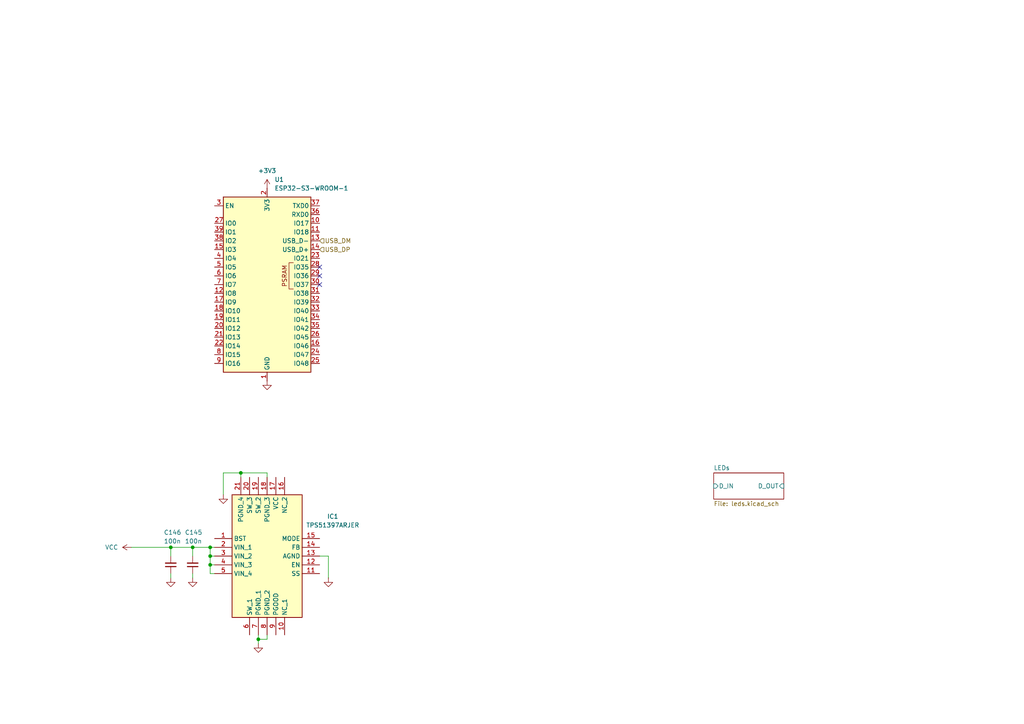
<source format=kicad_sch>
(kicad_sch (version 20250114) (generator "eeschema") (generator_version "9.0")
  (paper "A4")
  (lib_symbols
    (symbol "Device:C_Small" (pin_numbers (hide yes)) (pin_names (offset 0.254) (hide yes))
      (property "Reference" "C" (at 0.254 1.778 0))
      (property "Value" "C_Small" (at 0.254 -2.032 0))
      (symbol "C_Small_0_1"
        (polyline (pts (xy -1.524 0.508) (xy 1.524 0.508)) (stroke (width 0.3048)))
        (polyline (pts (xy -1.524 -0.508) (xy 1.524 -0.508)) (stroke (width 0.3302)))
      )
      (symbol "C_Small_1_1"
        (pin passive line (at 0 2.54 270) (length 2.032) (name "~") (number "1"))
        (pin passive line (at 0 -2.54 90) (length 2.032) (name "~") (number "2"))
      )
    )
    (symbol "RF_Module:ESP32-S3-WROOM-1"
      (property "Reference" "U" (at -12.7 26.67 0))
      (property "Value" "ESP32-S3-WROOM-1" (at 12.7 26.67 0))
      (symbol "ESP32-S3-WROOM-1_0_0"
        (rectangle (start -12.7 25.4) (end 12.7 -25.4) (stroke (width 0.254)) (fill (type background)))
        (text "PSRAM" (at 5.08 2.54 900) (effects (font (size 1.27 1.27))))
      )
      (symbol "ESP32-S3-WROOM-1_0_1"
        (polyline (pts (xy 7.62 -1.27) (xy 6.35 -1.27) (xy 6.35 6.35) (xy 7.62 6.35)))
      )
      (symbol "ESP32-S3-WROOM-1_1_1"
        (pin input line (at -15.24 22.86 0) (length 2.54) (name "EN") (number "3"))
        (pin bidirectional line (at -15.24 17.78 0) (length 2.54) (name "IO0") (number "27"))
        (pin bidirectional line (at -15.24 15.24 0) (length 2.54) (name "IO1") (number "39"))
        (pin bidirectional line (at -15.24 12.7 0) (length 2.54) (name "IO2") (number "38"))
        (pin bidirectional line (at -15.24 10.16 0) (length 2.54) (name "IO3") (number "15"))
        (pin bidirectional line (at -15.24 7.62 0) (length 2.54) (name "IO4") (number "4"))
        (pin bidirectional line (at -15.24 5.08 0) (length 2.54) (name "IO5") (number "5"))
        (pin bidirectional line (at -15.24 2.54 0) (length 2.54) (name "IO6") (number "6"))
        (pin bidirectional line (at -15.24 0 0) (length 2.54) (name "IO7") (number "7"))
        (pin bidirectional line (at -15.24 -2.54 0) (length 2.54) (name "IO8") (number "12"))
        (pin bidirectional line (at -15.24 -5.08 0) (length 2.54) (name "IO9") (number "17"))
        (pin bidirectional line (at -15.24 -7.62 0) (length 2.54) (name "IO10") (number "18"))
        (pin bidirectional line (at -15.24 -10.16 0) (length 2.54) (name "IO11") (number "19"))
        (pin bidirectional line (at -15.24 -12.7 0) (length 2.54) (name "IO12") (number "20"))
        (pin bidirectional line (at -15.24 -15.24 0) (length 2.54) (name "IO13") (number "21"))
        (pin bidirectional line (at -15.24 -17.78 0) (length 2.54) (name "IO14") (number "22"))
        (pin bidirectional line (at -15.24 -20.32 0) (length 2.54) (name "IO15") (number "8"))
        (pin bidirectional line (at -15.24 -22.86 0) (length 2.54) (name "IO16") (number "9"))
        (pin power_in line (at 0 27.94 270) (length 2.54) (name "3V3") (number "2"))
        (pin power_in line (at 0 -27.94 90) (length 2.54) (name "GND") (number "1"))
        (pin passive line (at 0 -27.94 90) (length 2.54) (hide yes) (name "GND") (number "40"))
        (pin passive line (at 0 -27.94 90) (length 2.54) (hide yes) (name "GND") (number "41"))
        (pin bidirectional line (at 15.24 22.86 180) (length 2.54) (name "TXD0") (number "37"))
        (pin bidirectional line (at 15.24 20.32 180) (length 2.54) (name "RXD0") (number "36"))
        (pin bidirectional line (at 15.24 17.78 180) (length 2.54) (name "IO17") (number "10"))
        (pin bidirectional line (at 15.24 15.24 180) (length 2.54) (name "IO18") (number "11"))
        (pin bidirectional line (at 15.24 12.7 180) (length 2.54) (name "USB_D-") (number "13"))
        (pin bidirectional line (at 15.24 10.16 180) (length 2.54) (name "USB_D+") (number "14"))
        (pin bidirectional line (at 15.24 7.62 180) (length 2.54) (name "IO21") (number "23"))
        (pin bidirectional line (at 15.24 5.08 180) (length 2.54) (name "IO35") (number "28"))
        (pin bidirectional line (at 15.24 2.54 180) (length 2.54) (name "IO36") (number "29"))
        (pin bidirectional line (at 15.24 0 180) (length 2.54) (name "IO37") (number "30"))
        (pin bidirectional line (at 15.24 -2.54 180) (length 2.54) (name "IO38") (number "31"))
        (pin bidirectional line (at 15.24 -5.08 180) (length 2.54) (name "IO39") (number "32"))
        (pin bidirectional line (at 15.24 -7.62 180) (length 2.54) (name "IO40") (number "33"))
        (pin bidirectional line (at 15.24 -10.16 180) (length 2.54) (name "IO41") (number "34"))
        (pin bidirectional line (at 15.24 -12.7 180) (length 2.54) (name "IO42") (number "35"))
        (pin bidirectional line (at 15.24 -15.24 180) (length 2.54) (name "IO45") (number "26"))
        (pin bidirectional line (at 15.24 -17.78 180) (length 2.54) (name "IO46") (number "16"))
        (pin bidirectional line (at 15.24 -20.32 180) (length 2.54) (name "IO47") (number "24"))
        (pin bidirectional line (at 15.24 -22.86 180) (length 2.54) (name "IO48") (number "25"))
      )
    )
    (symbol "SamacSys_Parts:TPS51397ARJER"
      (property "Reference" "IC" (at 26.67 17.78 0))
      (property "Value" "TPS51397ARJER" (at 26.67 15.24 0))
      (symbol "TPS51397ARJER_1_1"
        (rectangle (start 5.08 12.7) (end 25.4 -22.86) (stroke (width 0.254)) (fill (type background)))
        (pin passive line (at 0 0 0) (length 5.08) (name "BST") (number "1"))
        (pin passive line (at 0 -2.54 0) (length 5.08) (name "VIN_1") (number "2"))
        (pin passive line (at 0 -5.08 0) (length 5.08) (name "VIN_2") (number "3"))
        (pin passive line (at 0 -7.62 0) (length 5.08) (name "VIN_3") (number "4"))
        (pin passive line (at 0 -10.16 0) (length 5.08) (name "VIN_4") (number "5"))
        (pin passive line (at 7.62 17.78 270) (length 5.08) (name "PGND_4") (number "21"))
        (pin passive line (at 10.16 17.78 270) (length 5.08) (name "SW_3") (number "20"))
        (pin passive line (at 10.16 -27.94 90) (length 5.08) (name "SW_1") (number "6"))
        (pin passive line (at 12.7 17.78 270) (length 5.08) (name "SW_2") (number "19"))
        (pin passive line (at 12.7 -27.94 90) (length 5.08) (name "PGND_1") (number "7"))
        (pin passive line (at 15.24 17.78 270) (length 5.08) (name "PGND_3") (number "18"))
        (pin passive line (at 15.24 -27.94 90) (length 5.08) (name "PGND_2") (number "8"))
        (pin passive line (at 17.78 17.78 270) (length 5.08) (name "VCC") (number "17"))
        (pin passive line (at 17.78 -27.94 90) (length 5.08) (name "PGOOD") (number "9"))
        (pin passive line (at 20.32 17.78 270) (length 5.08) (name "NC_2") (number "16"))
        (pin passive line (at 20.32 -27.94 90) (length 5.08) (name "NC_1") (number "10"))
        (pin passive line (at 30.48 0 180) (length 5.08) (name "MODE") (number "15"))
        (pin passive line (at 30.48 -2.54 180) (length 5.08) (name "FB") (number "14"))
        (pin passive line (at 30.48 -5.08 180) (length 5.08) (name "AGND") (number "13"))
        (pin passive line (at 30.48 -7.62 180) (length 5.08) (name "EN") (number "12"))
        (pin passive line (at 30.48 -10.16 180) (length 5.08) (name "SS") (number "11"))
      )
    )
    (symbol "power:+3V3" (power) (pin_numbers (hide yes)) (pin_names (offset 0) (hide yes))
      (property "Value" "+3V3" (at 0 3.556 0))
      (symbol "+3V3_0_1"
        (polyline (pts (xy -0.762 1.27) (xy 0 2.54)))
        (polyline (pts (xy 0 2.54) (xy 0.762 1.27)))
        (polyline (pts (xy 0 0) (xy 0 2.54)))
      )
      (symbol "+3V3_1_1"
        (pin power_in line (at 0 0 90) (length 0) (name "~") (number "1"))
      )
    )
    (symbol "power:GND" (power) (pin_numbers (hide yes)) (pin_names (offset 0) (hide yes))
      (property "Value" "GND" (at 0 -3.81 0))
      (symbol "GND_0_1"
        (polyline (pts (xy 0 0) (xy 0 -1.27) (xy 1.27 -1.27) (xy 0 -2.54) (xy -1.27 -1.27) (xy 0 -1.27)))
      )
      (symbol "GND_1_1"
        (pin power_in line (at 0 0 270) (length 0) (name "~") (number "1"))
      )
    )
    (symbol "power:VCC" (power) (pin_numbers (hide yes)) (pin_names (offset 0) (hide yes))
      (property "Value" "VCC" (at 0 3.556 0))
      (symbol "VCC_0_1"
        (polyline (pts (xy -0.762 1.27) (xy 0 2.54)))
        (polyline (pts (xy 0 2.54) (xy 0.762 1.27)))
        (polyline (pts (xy 0 0) (xy 0 2.54)))
      )
      (symbol "VCC_1_1"
        (pin power_in line (at 0 0 90) (length 0) (name "~") (number "1"))
      )
    )
  )
  (junction (at 55.88 158.75))
  (junction (at 60.96 158.75))
  (junction (at 69.85 137.16))
  (junction (at 60.96 163.83))
  (junction (at 49.53 158.75))
  (junction (at 74.93 185.42))
  (junction (at 60.96 161.29))
  (no_connect (at 92.71 80.01))
  (no_connect (at 92.71 77.47))
  (no_connect (at 92.71 82.55))
  (wire (pts (xy 60.96 161.29) (xy 60.96 163.83)))
  (wire (pts (xy 95.25 167.64) (xy 95.25 161.29)))
  (wire (pts (xy 77.47 138.43) (xy 77.47 137.16)))
  (wire (pts (xy 60.96 161.29) (xy 62.23 161.29)))
  (wire (pts (xy 60.96 163.83) (xy 62.23 163.83)))
  (wire (pts (xy 49.53 167.64) (xy 49.53 166.37)))
  (wire (pts (xy 60.96 158.75) (xy 62.23 158.75)))
  (wire (pts (xy 77.47 185.42) (xy 74.93 185.42)))
  (wire (pts (xy 64.77 137.16) (xy 64.77 143.51)))
  (wire (pts (xy 38.1 158.75) (xy 49.53 158.75)))
  (wire (pts (xy 55.88 158.75) (xy 55.88 161.29)))
  (wire (pts (xy 77.47 184.15) (xy 77.47 185.42)))
  (wire (pts (xy 69.85 137.16) (xy 64.77 137.16)))
  (wire (pts (xy 95.25 161.29) (xy 92.71 161.29)))
  (wire (pts (xy 77.47 137.16) (xy 69.85 137.16)))
  (wire (pts (xy 55.88 167.64) (xy 55.88 166.37)))
  (wire (pts (xy 55.88 158.75) (xy 60.96 158.75)))
  (wire (pts (xy 74.93 186.69) (xy 74.93 185.42)))
  (wire (pts (xy 60.96 158.75) (xy 60.96 161.29)))
  (wire (pts (xy 60.96 166.37) (xy 62.23 166.37)))
  (wire (pts (xy 69.85 138.43) (xy 69.85 137.16)))
  (wire (pts (xy 49.53 158.75) (xy 49.53 161.29)))
  (wire (pts (xy 74.93 184.15) (xy 74.93 185.42)))
  (wire (pts (xy 49.53 158.75) (xy 55.88 158.75)))
  (wire (pts (xy 60.96 163.83) (xy 60.96 166.37)))
  (hierarchical_label "USB_DP" (shape input) (at 92.71 72.39 0))
  (hierarchical_label "USB_DM" (shape input) (at 92.71 69.85 0))
  (symbol (lib_id "power:GND") (at 95.25 167.64 0) (unit 1)
    (property "Reference" "#PWR0437" (effects (hide yes)))
    (property "Value" "GND" (effects (hide yes)))
    (property "Description" "Power symbol creates a global label with name \"GND\" , ground" (effects (hide yes)))
  )
  (symbol (lib_id "power:VCC") (at 38.1 158.75 90) (unit 1)
    (property "Reference" "#PWR0435" (effects (hide yes)))
    (property "Value" "VCC" (at 34.29 158.7499 90) (effects (justify left)))
    (property "Description" "Power symbol creates a global label with name \"VCC\"" (effects (hide yes)))
  )
  (symbol (lib_id "power:+3V3") (at 77.47 54.61 0) (unit 1)
    (property "Reference" "#PWR0434" (effects (hide yes)))
    (property "Value" "+3V3" (at 77.47 49.53 0))
    (property "Description" "Power symbol creates a global label with name \"+3V3\"" (effects (hide yes)))
  )
  (symbol (lib_id "SamacSys_Parts:TPS51397ARJER") (at 62.23 156.21 0) (unit 1)
    (property "Reference" "IC1" (at 96.52 149.7898 0))
    (property "Value" "TPS51397ARJER" (at 96.52 152.3298 0))
    (property "Footprint" "QFN45P300X300X100-21N-D" (effects (hide yes)))
    (property "Datasheet" "https://www.ti.com/lit/gpn/tps51397a?HQS=ti-null-null-sf-df-pf-sep-wwe&DCM=yes" (effects (hide yes)))
    (property "Description" "Switching Voltage Regulators 4.5-V to 24-V input, 10-A, synchronous step-down regulator" (effects (hide yes)))
    (property "Height" "1" (effects (hide yes)))
    (property "Mouser Part Number" "595-TPS51397ARJER" (effects (hide yes)))
    (property "Mouser Price/Stock" "https://www.mouser.co.uk/ProductDetail/Texas-Instruments/TPS51397ARJER?qs=zW32dvEIR3tVIiXzefAlYA%3D%3D" (effects (hide yes)))
    (property "Manufacturer_Name" "Texas Instruments" (effects (hide yes)))
    (property "Manufacturer_Part_Number" "TPS51397ARJER" (effects (hide yes)))
  )
  (symbol (lib_id "power:GND") (at 49.53 167.64 0) (unit 1)
    (property "Reference" "#PWR0440" (effects (hide yes)))
    (property "Value" "GND" (effects (hide yes)))
    (property "Description" "Power symbol creates a global label with name \"GND\" , ground" (effects (hide yes)))
  )
  (symbol (lib_id "power:GND") (at 77.47 110.49 0) (unit 1)
    (property "Reference" "#PWR0433" (effects (hide yes)))
    (property "Value" "GND" (effects (hide yes)))
    (property "Description" "Power symbol creates a global label with name \"GND\" , ground" (effects (hide yes)))
  )
  (symbol (lib_id "Device:C_Small") (at 55.88 163.83 180) (unit 1)
    (property "Reference" "C145" (at 53.594 154.432 0) (effects (justify right)))
    (property "Value" "100n" (at 53.594 156.972 0) (effects (justify right)))
    (property "Footprint" "Capacitor_SMD:C_0402_1005Metric" (effects (hide yes)))
    (property "Description" "Unpolarized capacitor, small symbol" (effects (hide yes)))
  )
  (symbol (lib_id "power:GND") (at 74.93 186.69 0) (unit 1)
    (property "Reference" "#PWR0436" (effects (hide yes)))
    (property "Value" "GND" (effects (hide yes)))
    (property "Description" "Power symbol creates a global label with name \"GND\" , ground" (effects (hide yes)))
  )
  (symbol (lib_id "RF_Module:ESP32-S3-WROOM-1") (at 77.47 82.55 0) (unit 1)
    (property "Reference" "U1" (at 79.6133 52.07 0) (effects (justify left)))
    (property "Value" "ESP32-S3-WROOM-1" (at 79.6133 54.61 0) (effects (justify left)))
    (property "Footprint" "RF_Module:ESP32-S3-WROOM-1" (effects (hide yes)))
    (property "Datasheet" "https://www.espressif.com/sites/default/files/documentation/esp32-s3-wroom-1_wroom-1u_datasheet_en.pdf" (effects (hide yes)))
    (property "Description" "RF Module, ESP32-S3 SoC, Wi-Fi 802.11b/g/n, Bluetooth, BLE, 32-bit, 3.3V, onboard antenna, SMD" (effects (hide yes)))
  )
  (symbol (lib_id "Device:C_Small") (at 49.53 163.83 180) (unit 1)
    (property "Reference" "C146" (at 47.498 154.432 0) (effects (justify right)))
    (property "Value" "100n" (at 47.498 156.972 0) (effects (justify right)))
    (property "Footprint" "Capacitor_SMD:C_0402_1005Metric" (effects (hide yes)))
    (property "Description" "Unpolarized capacitor, small symbol" (effects (hide yes)))
  )
  (symbol (lib_id "power:GND") (at 64.77 143.51 0) (unit 1)
    (property "Reference" "#PWR0438" (effects (hide yes)))
    (property "Value" "GND" (effects (hide yes)))
    (property "Description" "Power symbol creates a global label with name \"GND\" , ground" (effects (hide yes)))
  )
  (symbol (lib_id "power:GND") (at 55.88 167.64 0) (unit 1)
    (property "Reference" "#PWR0439" (effects (hide yes)))
    (property "Value" "GND" (effects (hide yes)))
    (property "Description" "Power symbol creates a global label with name \"GND\" , ground" (effects (hide yes)))
  )
  (sheet (at 207.01 137.16) (size 20.32 7.62) (stroke (width 0.1524))
    (property "Sheetname" "LEDs" (at 207.01 136.4484 0) (effects (justify left bottom)))
    (property "Sheetfile" "leds.kicad_sch" (at 207.01 145.3646 0) (effects (justify left top)))
    (pin "D_IN" input (at 207.01 140.97 180))
    (pin "D_OUT" input (at 227.33 140.97 0))
  )
)
</source>
